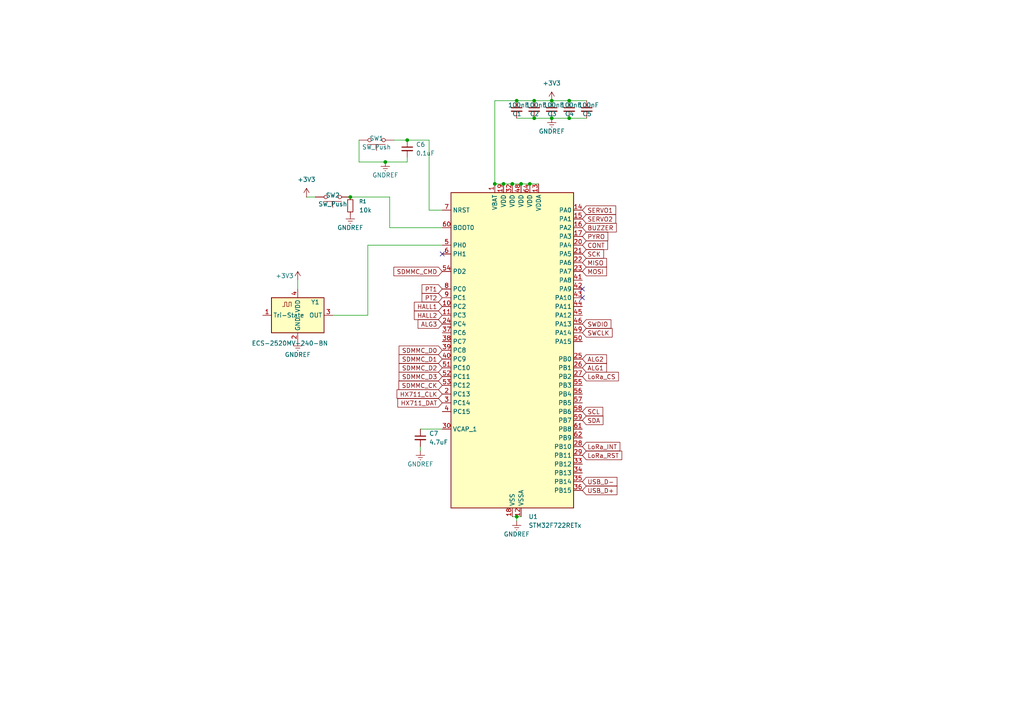
<source format=kicad_sch>
(kicad_sch (version 20250114) (generator "eeschema") (generator_version "9.0")
  (paper "A4")
  (lib_symbols
    (symbol "Device:C_Small" (pin_numbers (hide yes)) (pin_names (offset 0.254) (hide yes))
      (property "Reference" "C" (at 0.254 1.778 0))
      (property "Value" "C_Small" (at 0.254 -2.032 0))
      (symbol "C_Small_0_1"
        (polyline (pts (xy -1.524 0.508) (xy 1.524 0.508)) (stroke (width 0.3048)))
        (polyline (pts (xy -1.524 -0.508) (xy 1.524 -0.508)) (stroke (width 0.3302)))
      )
      (symbol "C_Small_1_1"
        (pin passive line (at 0 2.54 270) (length 2.032) (name "~") (number "1"))
        (pin passive line (at 0 -2.54 90) (length 2.032) (name "~") (number "2"))
      )
    )
    (symbol "Device:R_Small" (pin_numbers (hide yes)) (pin_names (offset 0.254) (hide yes))
      (property "Reference" "R" (at 0 0 90))
      (property "Value" "R_Small" (at 1.778 0 90))
      (symbol "R_Small_0_1"
        (rectangle (start -0.762 1.778) (end 0.762 -1.778) (stroke (width 0.2032)))
      )
      (symbol "R_Small_1_1"
        (pin passive line (at 0 2.54 270) (length 0.762) (name "~") (number "1"))
        (pin passive line (at 0 -2.54 90) (length 0.762) (name "~") (number "2"))
      )
    )
    (symbol "MCU_ST_STM32F7:STM32F722RETx"
      (property "Reference" "U" (at -17.78 46.99 0))
      (property "Value" "STM32F722RETx" (at 10.16 46.99 0))
      (symbol "STM32F722RETx_0_1"
        (rectangle (start -17.78 -45.72) (end 17.78 45.72) (stroke (width 0.254)) (fill (type background)))
      )
      (symbol "STM32F722RETx_1_1"
        (pin input line (at -20.32 40.64 0) (length 2.54) (name "NRST") (number "7"))
        (pin input line (at -20.32 35.56 0) (length 2.54) (name "BOOT0") (number "60"))
        (pin bidirectional line (at -20.32 30.48 0) (length 2.54) (name "PH0") (number "5"))
        (pin bidirectional line (at -20.32 27.94 0) (length 2.54) (name "PH1") (number "6"))
        (pin bidirectional line (at -20.32 22.86 0) (length 2.54) (name "PD2") (number "54"))
        (pin bidirectional line (at -20.32 17.78 0) (length 2.54) (name "PC0") (number "8"))
        (pin bidirectional line (at -20.32 15.24 0) (length 2.54) (name "PC1") (number "9"))
        (pin bidirectional line (at -20.32 12.7 0) (length 2.54) (name "PC2") (number "10"))
        (pin bidirectional line (at -20.32 10.16 0) (length 2.54) (name "PC3") (number "11"))
        (pin bidirectional line (at -20.32 7.62 0) (length 2.54) (name "PC4") (number "24"))
        (pin bidirectional line (at -20.32 5.08 0) (length 2.54) (name "PC6") (number "37"))
        (pin bidirectional line (at -20.32 2.54 0) (length 2.54) (name "PC7") (number "38"))
        (pin bidirectional line (at -20.32 0 0) (length 2.54) (name "PC8") (number "39"))
        (pin bidirectional line (at -20.32 -2.54 0) (length 2.54) (name "PC9") (number "40"))
        (pin bidirectional line (at -20.32 -5.08 0) (length 2.54) (name "PC10") (number "51"))
        (pin bidirectional line (at -20.32 -7.62 0) (length 2.54) (name "PC11") (number "52"))
        (pin bidirectional line (at -20.32 -10.16 0) (length 2.54) (name "PC12") (number "53"))
        (pin bidirectional line (at -20.32 -12.7 0) (length 2.54) (name "PC13") (number "2"))
        (pin bidirectional line (at -20.32 -15.24 0) (length 2.54) (name "PC14") (number "3"))
        (pin bidirectional line (at -20.32 -17.78 0) (length 2.54) (name "PC15") (number "4"))
        (pin power_out line (at -20.32 -22.86 0) (length 2.54) (name "VCAP_1") (number "30"))
        (pin power_in line (at -5.08 48.26 270) (length 2.54) (name "VBAT") (number "1"))
        (pin power_in line (at -2.54 48.26 270) (length 2.54) (name "VDD") (number "19"))
        (pin power_in line (at 0 48.26 270) (length 2.54) (name "VDD") (number "32"))
        (pin power_in line (at 0 -48.26 90) (length 2.54) (name "VSS") (number "18"))
        (pin passive line (at 0 -48.26 90) (length 2.54) (hide yes) (name "VSS") (number "31"))
        (pin passive line (at 0 -48.26 90) (length 2.54) (hide yes) (name "VSS") (number "47"))
        (pin passive line (at 0 -48.26 90) (length 2.54) (hide yes) (name "VSS") (number "63"))
        (pin power_in line (at 2.54 48.26 270) (length 2.54) (name "VDD") (number "48"))
        (pin power_in line (at 2.54 -48.26 90) (length 2.54) (name "VSSA") (number "12"))
        (pin power_in line (at 5.08 48.26 270) (length 2.54) (name "VDD") (number "64"))
        (pin power_in line (at 7.62 48.26 270) (length 2.54) (name "VDDA") (number "13"))
        (pin bidirectional line (at 20.32 40.64 180) (length 2.54) (name "PA0") (number "14"))
        (pin bidirectional line (at 20.32 38.1 180) (length 2.54) (name "PA1") (number "15"))
        (pin bidirectional line (at 20.32 35.56 180) (length 2.54) (name "PA2") (number "16"))
        (pin bidirectional line (at 20.32 33.02 180) (length 2.54) (name "PA3") (number "17"))
        (pin bidirectional line (at 20.32 30.48 180) (length 2.54) (name "PA4") (number "20"))
        (pin bidirectional line (at 20.32 27.94 180) (length 2.54) (name "PA5") (number "21"))
        (pin bidirectional line (at 20.32 25.4 180) (length 2.54) (name "PA6") (number "22"))
        (pin bidirectional line (at 20.32 22.86 180) (length 2.54) (name "PA7") (number "23"))
        (pin bidirectional line (at 20.32 20.32 180) (length 2.54) (name "PA8") (number "41"))
        (pin bidirectional line (at 20.32 17.78 180) (length 2.54) (name "PA9") (number "42"))
        (pin bidirectional line (at 20.32 15.24 180) (length 2.54) (name "PA10") (number "43"))
        (pin bidirectional line (at 20.32 12.7 180) (length 2.54) (name "PA11") (number "44"))
        (pin bidirectional line (at 20.32 10.16 180) (length 2.54) (name "PA12") (number "45"))
        (pin bidirectional line (at 20.32 7.62 180) (length 2.54) (name "PA13") (number "46"))
        (pin bidirectional line (at 20.32 5.08 180) (length 2.54) (name "PA14") (number "49"))
        (pin bidirectional line (at 20.32 2.54 180) (length 2.54) (name "PA15") (number "50"))
        (pin bidirectional line (at 20.32 -2.54 180) (length 2.54) (name "PB0") (number "25"))
        (pin bidirectional line (at 20.32 -5.08 180) (length 2.54) (name "PB1") (number "26"))
        (pin bidirectional line (at 20.32 -7.62 180) (length 2.54) (name "PB2") (number "27"))
        (pin bidirectional line (at 20.32 -10.16 180) (length 2.54) (name "PB3") (number "55"))
        (pin bidirectional line (at 20.32 -12.7 180) (length 2.54) (name "PB4") (number "56"))
        (pin bidirectional line (at 20.32 -15.24 180) (length 2.54) (name "PB5") (number "57"))
        (pin bidirectional line (at 20.32 -17.78 180) (length 2.54) (name "PB6") (number "58"))
        (pin bidirectional line (at 20.32 -20.32 180) (length 2.54) (name "PB7") (number "59"))
        (pin bidirectional line (at 20.32 -22.86 180) (length 2.54) (name "PB8") (number "61"))
        (pin bidirectional line (at 20.32 -25.4 180) (length 2.54) (name "PB9") (number "62"))
        (pin bidirectional line (at 20.32 -27.94 180) (length 2.54) (name "PB10") (number "28"))
        (pin bidirectional line (at 20.32 -30.48 180) (length 2.54) (name "PB11") (number "29"))
        (pin bidirectional line (at 20.32 -33.02 180) (length 2.54) (name "PB12") (number "33"))
        (pin bidirectional line (at 20.32 -35.56 180) (length 2.54) (name "PB13") (number "34"))
        (pin bidirectional line (at 20.32 -38.1 180) (length 2.54) (name "PB14") (number "35"))
        (pin bidirectional line (at 20.32 -40.64 180) (length 2.54) (name "PB15") (number "36"))
      )
    )
    (symbol "Oscillator:ECS-2520MV-xxx-xx"
      (property "Reference" "Y" (at -5.08 6.35 0))
      (property "Value" "ECS-2520MV-xxx-xx" (at 1.27 -6.35 0))
      (symbol "ECS-2520MV-xxx-xx_0_1"
        (rectangle (start -7.62 5.08) (end 7.62 -5.08) (stroke (width 0.254)) (fill (type background)))
        (polyline (pts (xy -4.445 2.54) (xy -3.81 2.54) (xy -3.81 3.81) (xy -3.175 3.81) (xy -3.175 2.54) (xy -2.54 2.54) (xy -2.54 3.81) (xy -1.905 3.81) (xy -1.905 2.54)))
      )
      (symbol "ECS-2520MV-xxx-xx_1_1"
        (pin input line (at -10.16 0 0) (length 2.54) (name "Tri-State") (number "1"))
        (pin power_in line (at 0 7.62 270) (length 2.54) (name "VDD") (number "4"))
        (pin power_in line (at 0 -7.62 90) (length 2.54) (name "GND") (number "2"))
        (pin output line (at 10.16 0 180) (length 2.54) (name "OUT") (number "3"))
      )
    )
    (symbol "Switch:SW_Push" (pin_numbers (hide yes)) (pin_names (offset 1.016) (hide yes))
      (property "Reference" "SW" (at 1.27 2.54 0))
      (property "Value" "SW_Push" (at 0 -1.524 0))
      (symbol "SW_Push_0_1"
        (circle (center -2.032 0) (radius 0.508))
        (polyline (pts (xy 0 1.27) (xy 0 3.048)))
        (circle (center 2.032 0) (radius 0.508))
        (polyline (pts (xy 2.54 1.27) (xy -2.54 1.27)))
        (pin passive line (at -5.08 0 0) (length 2.54) (name "1") (number "1"))
        (pin passive line (at 5.08 0 180) (length 2.54) (name "2") (number "2"))
      )
    )
    (symbol "power:+3V3" (power) (pin_numbers (hide yes)) (pin_names (offset 0) (hide yes))
      (property "Value" "+3V3" (at 0 3.556 0))
      (symbol "+3V3_0_1"
        (polyline (pts (xy -0.762 1.27) (xy 0 2.54)))
        (polyline (pts (xy 0 2.54) (xy 0.762 1.27)))
        (polyline (pts (xy 0 0) (xy 0 2.54)))
      )
      (symbol "+3V3_1_1"
        (pin power_in line (at 0 0 90) (length 0) (name "~") (number "1"))
      )
    )
    (symbol "power:GNDREF" (power) (pin_numbers (hide yes)) (pin_names (offset 0) (hide yes))
      (property "Value" "GNDREF" (at 0 -3.81 0))
      (symbol "GNDREF_0_1"
        (polyline (pts (xy -0.635 -1.905) (xy 0.635 -1.905)))
        (polyline (pts (xy -0.127 -2.54) (xy 0.127 -2.54)))
        (polyline (pts (xy 0 -1.27) (xy 0 0)))
        (polyline (pts (xy 1.27 -1.27) (xy -1.27 -1.27)))
      )
      (symbol "GNDREF_1_1"
        (pin power_in line (at 0 0 270) (length 0) (name "~") (number "1"))
      )
    )
  )
  (junction (at 153.67 53.34))
  (junction (at 149.86 149.86))
  (junction (at 118.11 40.64))
  (junction (at 160.02 29.21))
  (junction (at 154.94 29.21))
  (junction (at 146.05 53.34))
  (junction (at 160.02 34.29))
  (junction (at 111.76 46.99))
  (junction (at 151.13 53.34))
  (junction (at 148.59 53.34))
  (junction (at 165.1 34.29))
  (junction (at 149.86 29.21))
  (junction (at 154.94 34.29))
  (junction (at 101.6 57.15))
  (junction (at 165.1 29.21))
  (junction (at 143.51 53.34))
  (no_connect (at 168.91 83.82))
  (no_connect (at 128.27 73.66))
  (no_connect (at 168.91 86.36))
  (wire (pts (xy 86.36 81.28) (xy 86.36 83.82)))
  (wire (pts (xy 151.13 53.34) (xy 153.67 53.34)))
  (wire (pts (xy 124.46 40.64) (xy 124.46 60.96)))
  (wire (pts (xy 121.92 124.46) (xy 128.27 124.46)))
  (wire (pts (xy 104.14 46.99) (xy 111.76 46.99)))
  (wire (pts (xy 118.11 40.64) (xy 124.46 40.64)))
  (wire (pts (xy 121.92 130.81) (xy 121.92 129.54)))
  (wire (pts (xy 114.3 40.64) (xy 118.11 40.64)))
  (wire (pts (xy 148.59 149.86) (xy 149.86 149.86)))
  (wire (pts (xy 160.02 34.29) (xy 165.1 34.29)))
  (wire (pts (xy 148.59 53.34) (xy 151.13 53.34)))
  (wire (pts (xy 106.68 71.12) (xy 106.68 91.44)))
  (wire (pts (xy 149.86 149.86) (xy 151.13 149.86)))
  (wire (pts (xy 143.51 53.34) (xy 143.51 29.21)))
  (wire (pts (xy 111.76 46.99) (xy 118.11 46.99)))
  (wire (pts (xy 124.46 60.96) (xy 128.27 60.96)))
  (wire (pts (xy 106.68 91.44) (xy 96.52 91.44)))
  (wire (pts (xy 165.1 34.29) (xy 170.18 34.29)))
  (wire (pts (xy 88.9 57.15) (xy 91.44 57.15)))
  (wire (pts (xy 165.1 29.21) (xy 170.18 29.21)))
  (wire (pts (xy 113.03 66.04) (xy 128.27 66.04)))
  (wire (pts (xy 154.94 29.21) (xy 160.02 29.21)))
  (wire (pts (xy 153.67 53.34) (xy 156.21 53.34)))
  (wire (pts (xy 101.6 57.15) (xy 113.03 57.15)))
  (wire (pts (xy 118.11 46.99) (xy 118.11 45.72)))
  (wire (pts (xy 146.05 53.34) (xy 148.59 53.34)))
  (wire (pts (xy 149.86 149.86) (xy 149.86 151.13)))
  (wire (pts (xy 143.51 53.34) (xy 146.05 53.34)))
  (wire (pts (xy 104.14 40.64) (xy 104.14 46.99)))
  (wire (pts (xy 149.86 29.21) (xy 154.94 29.21)))
  (wire (pts (xy 106.68 71.12) (xy 128.27 71.12)))
  (wire (pts (xy 154.94 34.29) (xy 160.02 34.29)))
  (wire (pts (xy 113.03 57.15) (xy 113.03 66.04)))
  (wire (pts (xy 149.86 34.29) (xy 154.94 34.29)))
  (wire (pts (xy 160.02 29.21) (xy 165.1 29.21)))
  (wire (pts (xy 143.51 29.21) (xy 149.86 29.21)))
  (global_label "PYRO" (shape input) (at 168.91 68.58 0) (property "Intersheetrefs" "${INTERSHEET_REFS}" (effects (hide yes))))
  (global_label "SERVO1" (shape input) (at 168.91 60.96 0) (property "Intersheetrefs" "${INTERSHEET_REFS}" (effects (hide yes))))
  (global_label "LoRa_CS" (shape input) (at 168.91 109.22 0) (property "Intersheetrefs" "${INTERSHEET_REFS}" (effects (hide yes))))
  (global_label "HX711_CLK" (shape input) (at 128.27 114.3 180) (property "Intersheetrefs" "${INTERSHEET_REFS}" (effects (hide yes))))
  (global_label "ALG1" (shape input) (at 168.91 106.68 0) (property "Intersheetrefs" "${INTERSHEET_REFS}" (effects (hide yes))))
  (global_label "MISO" (shape input) (at 168.91 76.2 0) (property "Intersheetrefs" "${INTERSHEET_REFS}" (effects (hide yes))))
  (global_label "BUZZER" (shape input) (at 168.91 66.04 0) (property "Intersheetrefs" "${INTERSHEET_REFS}" (effects (hide yes))))
  (global_label "SDMMC_CK" (shape input) (at 128.27 111.76 180) (property "Intersheetrefs" "${INTERSHEET_REFS}" (effects (hide yes))))
  (global_label "LoRa_INT" (shape input) (at 168.91 129.54 0) (property "Intersheetrefs" "${INTERSHEET_REFS}" (effects (hide yes))))
  (global_label "USB_D-" (shape input) (at 168.91 139.7 0) (property "Intersheetrefs" "${INTERSHEET_REFS}" (effects (hide yes))))
  (global_label "SDMMC_D2" (shape input) (at 128.27 106.68 180) (property "Intersheetrefs" "${INTERSHEET_REFS}" (effects (hide yes))))
  (global_label "SWCLK" (shape input) (at 168.91 96.52 0) (property "Intersheetrefs" "${INTERSHEET_REFS}" (effects (hide yes))))
  (global_label "HALL2" (shape input) (at 128.27 91.44 180) (property "Intersheetrefs" "${INTERSHEET_REFS}" (effects (hide yes))))
  (global_label "MOSI" (shape input) (at 168.91 78.74 0) (property "Intersheetrefs" "${INTERSHEET_REFS}" (effects (hide yes))))
  (global_label "PT2" (shape input) (at 128.27 86.36 180) (property "Intersheetrefs" "${INTERSHEET_REFS}" (effects (hide yes))))
  (global_label "PT1" (shape input) (at 128.27 83.82 180) (property "Intersheetrefs" "${INTERSHEET_REFS}" (effects (hide yes))))
  (global_label "SDMMC_D1" (shape input) (at 128.27 104.14 180) (property "Intersheetrefs" "${INTERSHEET_REFS}" (effects (hide yes))))
  (global_label "SCL" (shape input) (at 168.91 119.38 0) (property "Intersheetrefs" "${INTERSHEET_REFS}" (effects (hide yes))))
  (global_label "ALG3" (shape input) (at 128.27 93.98 180) (property "Intersheetrefs" "${INTERSHEET_REFS}" (effects (hide yes))))
  (global_label "SCK" (shape input) (at 168.91 73.66 0) (property "Intersheetrefs" "${INTERSHEET_REFS}" (effects (hide yes))))
  (global_label "SDMMC_CMD" (shape input) (at 128.27 78.74 180) (property "Intersheetrefs" "${INTERSHEET_REFS}" (effects (hide yes))))
  (global_label "HX711_DAT" (shape input) (at 128.27 116.84 180) (property "Intersheetrefs" "${INTERSHEET_REFS}" (effects (hide yes))))
  (global_label "SWDIO" (shape input) (at 168.91 93.98 0) (property "Intersheetrefs" "${INTERSHEET_REFS}" (effects (hide yes))))
  (global_label "USB_D+" (shape input) (at 168.91 142.24 0) (property "Intersheetrefs" "${INTERSHEET_REFS}" (effects (hide yes))))
  (global_label "SDMMC_D3" (shape input) (at 128.27 109.22 180) (property "Intersheetrefs" "${INTERSHEET_REFS}" (effects (hide yes))))
  (global_label "LoRa_RST" (shape input) (at 168.91 132.08 0) (property "Intersheetrefs" "${INTERSHEET_REFS}" (effects (hide yes))))
  (global_label "CONT" (shape input) (at 168.91 71.12 0) (property "Intersheetrefs" "${INTERSHEET_REFS}" (effects (hide yes))))
  (global_label "SDA" (shape input) (at 168.91 121.92 0) (property "Intersheetrefs" "${INTERSHEET_REFS}" (effects (hide yes))))
  (global_label "HALL1" (shape input) (at 128.27 88.9 180) (property "Intersheetrefs" "${INTERSHEET_REFS}" (effects (hide yes))))
  (global_label "ALG2" (shape input) (at 168.91 104.14 0) (property "Intersheetrefs" "${INTERSHEET_REFS}" (effects (hide yes))))
  (global_label "SERVO2" (shape input) (at 168.91 63.5 0) (property "Intersheetrefs" "${INTERSHEET_REFS}" (effects (hide yes))))
  (global_label "SDMMC_D0" (shape input) (at 128.27 101.6 180) (property "Intersheetrefs" "${INTERSHEET_REFS}" (effects (hide yes))))
  (symbol (lib_id "Device:C_Small") (at 165.1 31.75 0) (unit 1)
    (property "Reference" "C4" (at 163.83 33.02 0) (effects (justify left)))
    (property "Value" "100nF" (at 162.56 30.48 0) (effects (justify left)))
    (property "Footprint" "Capacitor_SMD:C_0603_1608Metric" (effects (hide yes)))
    (property "Description" "Unpolarized capacitor, small symbol" (effects (hide yes)))
    (property "Product ID" "CL10B104KB8NNNL" (effects (hide yes)))
    (property "LCSC" "C1525" (effects (hide yes)))
  )
  (symbol (lib_id "Device:C_Small") (at 121.92 127 0) (unit 1)
    (property "Reference" "C7" (at 124.46 125.7362 0) (effects (justify left)))
    (property "Value" "4.7uF" (at 124.46 128.2762 0) (effects (justify left)))
    (property "Footprint" "Capacitor_SMD:C_0603_1608Metric" (effects (hide yes)))
    (property "Description" "Unpolarized capacitor, small symbol" (effects (hide yes)))
  )
  (symbol (lib_id "Switch:SW_Push") (at 96.52 57.15 180) (unit 1)
    (property "Reference" "SW2" (at 96.52 56.642 0))
    (property "Value" "SW_Push" (at 96.52 59.182 0))
    (property "Description" "Push button switch, generic, two pins" (effects (hide yes)))
  )
  (symbol (lib_id "Device:C_Small") (at 118.11 43.18 0) (unit 1)
    (property "Reference" "C6" (at 120.65 41.9162 0) (effects (justify left)))
    (property "Value" "0.1uF" (at 120.65 44.4562 0) (effects (justify left)))
    (property "Footprint" "Capacitor_SMD:C_0603_1608Metric" (effects (hide yes)))
    (property "Description" "Unpolarized capacitor, small symbol" (effects (hide yes)))
  )
  (symbol (lib_id "power:+3V3") (at 88.9 57.15 0) (unit 1)
    (property "Reference" "#PWR013" (effects (hide yes)))
    (property "Value" "+3V3" (at 88.9 52.07 0))
    (property "Description" "Power symbol creates a global label with name \"+3V3\"" (effects (hide yes)))
  )
  (symbol (lib_id "Switch:SW_Push") (at 109.22 40.64 180) (unit 1)
    (property "Reference" "SW1" (at 109.22 40.132 0))
    (property "Value" "SW_Push" (at 109.22 42.672 0))
    (property "Description" "Push button switch, generic, two pins" (effects (hide yes)))
  )
  (symbol (lib_id "power:GNDREF") (at 111.76 46.99 0) (mirror y) (unit 1)
    (property "Reference" "#PWR04" (effects (hide yes)))
    (property "Value" "GNDREF" (at 111.76 50.8 0))
    (property "Description" "Power symbol creates a global label with name \"GNDREF\" , reference supply ground" (effects (hide yes)))
  )
  (symbol (lib_id "Device:C_Small") (at 170.18 31.75 0) (unit 1)
    (property "Reference" "C5" (at 168.91 33.02 0) (effects (justify left)))
    (property "Value" "100nF" (at 167.64 30.48 0) (effects (justify left)))
    (property "Footprint" "Capacitor_SMD:C_0603_1608Metric" (effects (hide yes)))
    (property "Description" "Unpolarized capacitor, small symbol" (effects (hide yes)))
    (property "Product ID" "CL10B104KB8NNNL" (effects (hide yes)))
    (property "LCSC" "C1525" (effects (hide yes)))
  )
  (symbol (lib_id "Device:C_Small") (at 149.86 31.75 0) (unit 1)
    (property "Reference" "C1" (at 148.59 33.02 0) (effects (justify left)))
    (property "Value" "100nF" (at 147.32 30.48 0) (effects (justify left)))
    (property "Footprint" "Capacitor_SMD:C_0603_1608Metric" (effects (hide yes)))
    (property "Description" "Unpolarized capacitor, small symbol" (effects (hide yes)))
    (property "Product ID" "CL10B104KB8NNNL" (effects (hide yes)))
    (property "LCSC" "C1525" (effects (hide yes)))
  )
  (symbol (lib_id "power:+3V3") (at 86.36 81.28 0) (unit 1)
    (property "Reference" "#PWR0101" (effects (hide yes)))
    (property "Value" "+3V3" (at 82.55 80.01 0))
    (property "Description" "Power symbol creates a global label with name \"+3V3\"" (effects (hide yes)))
  )
  (symbol (lib_id "power:GNDREF") (at 121.92 130.81 0) (mirror y) (unit 1)
    (property "Reference" "#PWR05" (effects (hide yes)))
    (property "Value" "GNDREF" (at 121.92 134.62 0))
    (property "Description" "Power symbol creates a global label with name \"GNDREF\" , reference supply ground" (effects (hide yes)))
  )
  (symbol (lib_id "power:GNDREF") (at 101.6 62.23 0) (mirror y) (unit 1)
    (property "Reference" "#PWR012" (effects (hide yes)))
    (property "Value" "GNDREF" (at 101.6 66.04 0))
    (property "Description" "Power symbol creates a global label with name \"GNDREF\" , reference supply ground" (effects (hide yes)))
  )
  (symbol (lib_id "MCU_ST_STM32F7:STM32F722RETx") (at 148.59 101.6 0) (unit 1)
    (property "Reference" "U1" (at 153.2733 149.86 0) (effects (justify left)))
    (property "Value" "STM32F722RETx" (at 153.2733 152.4 0) (effects (justify left)))
    (property "Footprint" "Package_QFP:LQFP-64_10x10mm_P0.5mm" (effects (hide yes)))
    (property "Datasheet" "https://www.st.com/resource/en/datasheet/stm32f722re.pdf" (effects (hide yes)))
    (property "Description" "STMicroelectronics Arm Cortex-M7 MCU, 512KB flash, 256KB RAM, 216 MHz, 1.7-3.6V, 50 GPIO, LQFP64" (effects (hide yes)))
  )
  (symbol (lib_id "power:GNDREF") (at 149.86 151.13 0) (mirror y) (unit 1)
    (property "Reference" "#PWR03" (effects (hide yes)))
    (property "Value" "GNDREF" (at 149.86 154.94 0))
    (property "Description" "Power symbol creates a global label with name \"GNDREF\" , reference supply ground" (effects (hide yes)))
  )
  (symbol (lib_id "power:GNDREF") (at 160.02 34.29 0) (mirror y) (unit 1)
    (property "Reference" "#PWR02" (effects (hide yes)))
    (property "Value" "GNDREF" (at 160.02 38.1 0))
    (property "Description" "Power symbol creates a global label with name \"GNDREF\" , reference supply ground" (effects (hide yes)))
  )
  (symbol (lib_id "power:GNDREF") (at 86.36 99.06 0) (mirror y) (unit 1)
    (property "Reference" "#PWR018" (effects (hide yes)))
    (property "Value" "GNDREF" (at 86.36 102.87 0))
    (property "Description" "Power symbol creates a global label with name \"GNDREF\" , reference supply ground" (effects (hide yes)))
  )
  (symbol (lib_id "Oscillator:ECS-2520MV-xxx-xx") (at 86.36 91.44 0) (unit 1)
    (property "Reference" "Y1" (at 91.44 87.63 0))
    (property "Value" "ECS-2520MV-240-BN" (at 84.074 99.568 0))
    (property "Footprint" "Oscillator:Oscillator_SMD_ECS_2520MV-xxx-xx-4Pin_2.5x2.0mm" (effects (hide yes)))
    (property "Datasheet" "https://www.ecsxtal.com/store/pdf/ECS-2520MV.pdf" (effects (hide yes)))
    (property "Description" "HCMOS Crystal Clock Oscillator, 2.5x2.0 mm SMD" (effects (hide yes)))
    (property "Product ID" "ECS-2520MV-240-BN" (effects (hide yes)))
    (property "LCSC" "C437141" (effects (hide yes)))
  )
  (symbol (lib_id "Device:C_Small") (at 154.94 31.75 0) (unit 1)
    (property "Reference" "C2" (at 153.67 33.02 0) (effects (justify left)))
    (property "Value" "100nF" (at 152.4 30.48 0) (effects (justify left)))
    (property "Footprint" "Capacitor_SMD:C_0603_1608Metric" (effects (hide yes)))
    (property "Description" "Unpolarized capacitor, small symbol" (effects (hide yes)))
    (property "Product ID" "CL10B104KB8NNNL" (effects (hide yes)))
    (property "LCSC" "C1525" (effects (hide yes)))
  )
  (symbol (lib_id "Device:R_Small") (at 101.6 59.69 0) (unit 1)
    (property "Reference" "R1" (at 104.14 58.4199 0) (effects (font (size 1.016 1.016)) (justify left)))
    (property "Value" "10k" (at 104.14 60.9599 0) (effects (justify left)))
    (property "Description" "Resistor, small symbol" (effects (hide yes)))
  )
  (symbol (lib_id "Device:C_Small") (at 160.02 31.75 0) (unit 1)
    (property "Reference" "C3" (at 158.75 33.02 0) (effects (justify left)))
    (property "Value" "100nF" (at 157.48 30.48 0) (effects (justify left)))
    (property "Footprint" "Capacitor_SMD:C_0603_1608Metric" (effects (hide yes)))
    (property "Description" "Unpolarized capacitor, small symbol" (effects (hide yes)))
    (property "Product ID" "CL10B104KB8NNNL" (effects (hide yes)))
    (property "LCSC" "C1525" (effects (hide yes)))
  )
  (symbol (lib_id "power:+3V3") (at 160.02 29.21 0) (unit 1)
    (property "Reference" "#PWR01" (effects (hide yes)))
    (property "Value" "+3V3" (at 160.02 24.13 0))
    (property "Description" "Power symbol creates a global label with name \"+3V3\"" (effects (hide yes)))
  )
)
</source>
